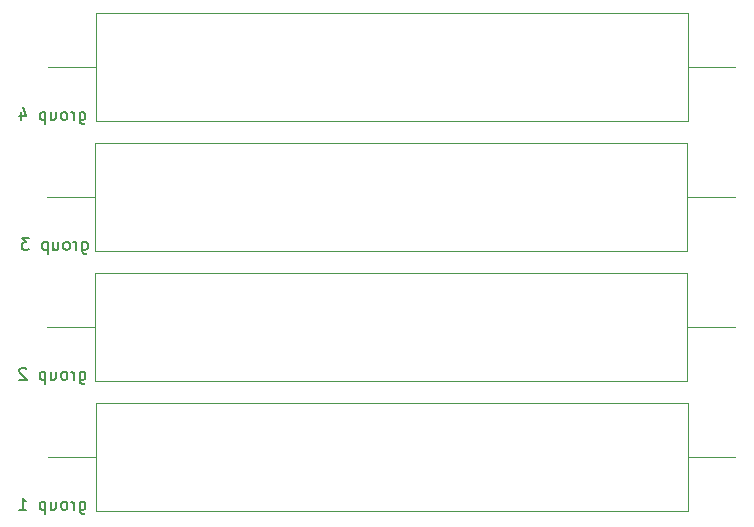
<source format=gbr>
G04 #@! TF.FileFunction,Legend,Bot*
%FSLAX46Y46*%
G04 Gerber Fmt 4.6, Leading zero omitted, Abs format (unit mm)*
G04 Created by KiCad (PCBNEW 4.0.2-stable) date 30/01/2018 13:09:08*
%MOMM*%
G01*
G04 APERTURE LIST*
%ADD10C,0.100000*%
%ADD11C,0.120000*%
%ADD12C,0.150000*%
G04 APERTURE END LIST*
D10*
D11*
X98420000Y-72560000D02*
X98420000Y-63440000D01*
X98420000Y-63440000D02*
X148540000Y-63440000D01*
X148540000Y-63440000D02*
X148540000Y-72560000D01*
X148540000Y-72560000D02*
X98420000Y-72560000D01*
X94380000Y-68000000D02*
X98420000Y-68000000D01*
X152580000Y-68000000D02*
X148540000Y-68000000D01*
X148580000Y-52440000D02*
X148580000Y-61560000D01*
X148580000Y-61560000D02*
X98460000Y-61560000D01*
X98460000Y-61560000D02*
X98460000Y-52440000D01*
X98460000Y-52440000D02*
X148580000Y-52440000D01*
X152620000Y-57000000D02*
X148580000Y-57000000D01*
X94420000Y-57000000D02*
X98460000Y-57000000D01*
X98420000Y-83560000D02*
X98420000Y-74440000D01*
X98420000Y-74440000D02*
X148540000Y-74440000D01*
X148540000Y-74440000D02*
X148540000Y-83560000D01*
X148540000Y-83560000D02*
X98420000Y-83560000D01*
X94380000Y-79000000D02*
X98420000Y-79000000D01*
X152580000Y-79000000D02*
X148540000Y-79000000D01*
X148580000Y-85440000D02*
X148580000Y-94560000D01*
X148580000Y-94560000D02*
X98460000Y-94560000D01*
X98460000Y-94560000D02*
X98460000Y-85440000D01*
X98460000Y-85440000D02*
X148580000Y-85440000D01*
X152620000Y-90000000D02*
X148580000Y-90000000D01*
X94420000Y-90000000D02*
X98460000Y-90000000D01*
D12*
X97309524Y-71785714D02*
X97309524Y-72595238D01*
X97357143Y-72690476D01*
X97404762Y-72738095D01*
X97500001Y-72785714D01*
X97642858Y-72785714D01*
X97738096Y-72738095D01*
X97309524Y-72404762D02*
X97404762Y-72452381D01*
X97595239Y-72452381D01*
X97690477Y-72404762D01*
X97738096Y-72357143D01*
X97785715Y-72261905D01*
X97785715Y-71976190D01*
X97738096Y-71880952D01*
X97690477Y-71833333D01*
X97595239Y-71785714D01*
X97404762Y-71785714D01*
X97309524Y-71833333D01*
X96833334Y-72452381D02*
X96833334Y-71785714D01*
X96833334Y-71976190D02*
X96785715Y-71880952D01*
X96738096Y-71833333D01*
X96642858Y-71785714D01*
X96547619Y-71785714D01*
X96071429Y-72452381D02*
X96166667Y-72404762D01*
X96214286Y-72357143D01*
X96261905Y-72261905D01*
X96261905Y-71976190D01*
X96214286Y-71880952D01*
X96166667Y-71833333D01*
X96071429Y-71785714D01*
X95928571Y-71785714D01*
X95833333Y-71833333D01*
X95785714Y-71880952D01*
X95738095Y-71976190D01*
X95738095Y-72261905D01*
X95785714Y-72357143D01*
X95833333Y-72404762D01*
X95928571Y-72452381D01*
X96071429Y-72452381D01*
X94880952Y-71785714D02*
X94880952Y-72452381D01*
X95309524Y-71785714D02*
X95309524Y-72309524D01*
X95261905Y-72404762D01*
X95166667Y-72452381D01*
X95023809Y-72452381D01*
X94928571Y-72404762D01*
X94880952Y-72357143D01*
X94404762Y-71785714D02*
X94404762Y-72785714D01*
X94404762Y-71833333D02*
X94309524Y-71785714D01*
X94119047Y-71785714D01*
X94023809Y-71833333D01*
X93976190Y-71880952D01*
X93928571Y-71976190D01*
X93928571Y-72261905D01*
X93976190Y-72357143D01*
X94023809Y-72404762D01*
X94119047Y-72452381D01*
X94309524Y-72452381D01*
X94404762Y-72404762D01*
X92833333Y-71452381D02*
X92214285Y-71452381D01*
X92547619Y-71833333D01*
X92404761Y-71833333D01*
X92309523Y-71880952D01*
X92261904Y-71928571D01*
X92214285Y-72023810D01*
X92214285Y-72261905D01*
X92261904Y-72357143D01*
X92309523Y-72404762D01*
X92404761Y-72452381D01*
X92690476Y-72452381D01*
X92785714Y-72404762D01*
X92833333Y-72357143D01*
X97109524Y-60785714D02*
X97109524Y-61595238D01*
X97157143Y-61690476D01*
X97204762Y-61738095D01*
X97300001Y-61785714D01*
X97442858Y-61785714D01*
X97538096Y-61738095D01*
X97109524Y-61404762D02*
X97204762Y-61452381D01*
X97395239Y-61452381D01*
X97490477Y-61404762D01*
X97538096Y-61357143D01*
X97585715Y-61261905D01*
X97585715Y-60976190D01*
X97538096Y-60880952D01*
X97490477Y-60833333D01*
X97395239Y-60785714D01*
X97204762Y-60785714D01*
X97109524Y-60833333D01*
X96633334Y-61452381D02*
X96633334Y-60785714D01*
X96633334Y-60976190D02*
X96585715Y-60880952D01*
X96538096Y-60833333D01*
X96442858Y-60785714D01*
X96347619Y-60785714D01*
X95871429Y-61452381D02*
X95966667Y-61404762D01*
X96014286Y-61357143D01*
X96061905Y-61261905D01*
X96061905Y-60976190D01*
X96014286Y-60880952D01*
X95966667Y-60833333D01*
X95871429Y-60785714D01*
X95728571Y-60785714D01*
X95633333Y-60833333D01*
X95585714Y-60880952D01*
X95538095Y-60976190D01*
X95538095Y-61261905D01*
X95585714Y-61357143D01*
X95633333Y-61404762D01*
X95728571Y-61452381D01*
X95871429Y-61452381D01*
X94680952Y-60785714D02*
X94680952Y-61452381D01*
X95109524Y-60785714D02*
X95109524Y-61309524D01*
X95061905Y-61404762D01*
X94966667Y-61452381D01*
X94823809Y-61452381D01*
X94728571Y-61404762D01*
X94680952Y-61357143D01*
X94204762Y-60785714D02*
X94204762Y-61785714D01*
X94204762Y-60833333D02*
X94109524Y-60785714D01*
X93919047Y-60785714D01*
X93823809Y-60833333D01*
X93776190Y-60880952D01*
X93728571Y-60976190D01*
X93728571Y-61261905D01*
X93776190Y-61357143D01*
X93823809Y-61404762D01*
X93919047Y-61452381D01*
X94109524Y-61452381D01*
X94204762Y-61404762D01*
X92109523Y-60785714D02*
X92109523Y-61452381D01*
X92347619Y-60404762D02*
X92585714Y-61119048D01*
X91966666Y-61119048D01*
X97109524Y-82785714D02*
X97109524Y-83595238D01*
X97157143Y-83690476D01*
X97204762Y-83738095D01*
X97300001Y-83785714D01*
X97442858Y-83785714D01*
X97538096Y-83738095D01*
X97109524Y-83404762D02*
X97204762Y-83452381D01*
X97395239Y-83452381D01*
X97490477Y-83404762D01*
X97538096Y-83357143D01*
X97585715Y-83261905D01*
X97585715Y-82976190D01*
X97538096Y-82880952D01*
X97490477Y-82833333D01*
X97395239Y-82785714D01*
X97204762Y-82785714D01*
X97109524Y-82833333D01*
X96633334Y-83452381D02*
X96633334Y-82785714D01*
X96633334Y-82976190D02*
X96585715Y-82880952D01*
X96538096Y-82833333D01*
X96442858Y-82785714D01*
X96347619Y-82785714D01*
X95871429Y-83452381D02*
X95966667Y-83404762D01*
X96014286Y-83357143D01*
X96061905Y-83261905D01*
X96061905Y-82976190D01*
X96014286Y-82880952D01*
X95966667Y-82833333D01*
X95871429Y-82785714D01*
X95728571Y-82785714D01*
X95633333Y-82833333D01*
X95585714Y-82880952D01*
X95538095Y-82976190D01*
X95538095Y-83261905D01*
X95585714Y-83357143D01*
X95633333Y-83404762D01*
X95728571Y-83452381D01*
X95871429Y-83452381D01*
X94680952Y-82785714D02*
X94680952Y-83452381D01*
X95109524Y-82785714D02*
X95109524Y-83309524D01*
X95061905Y-83404762D01*
X94966667Y-83452381D01*
X94823809Y-83452381D01*
X94728571Y-83404762D01*
X94680952Y-83357143D01*
X94204762Y-82785714D02*
X94204762Y-83785714D01*
X94204762Y-82833333D02*
X94109524Y-82785714D01*
X93919047Y-82785714D01*
X93823809Y-82833333D01*
X93776190Y-82880952D01*
X93728571Y-82976190D01*
X93728571Y-83261905D01*
X93776190Y-83357143D01*
X93823809Y-83404762D01*
X93919047Y-83452381D01*
X94109524Y-83452381D01*
X94204762Y-83404762D01*
X92585714Y-82547619D02*
X92538095Y-82500000D01*
X92442857Y-82452381D01*
X92204761Y-82452381D01*
X92109523Y-82500000D01*
X92061904Y-82547619D01*
X92014285Y-82642857D01*
X92014285Y-82738095D01*
X92061904Y-82880952D01*
X92633333Y-83452381D01*
X92014285Y-83452381D01*
X97109524Y-93785714D02*
X97109524Y-94595238D01*
X97157143Y-94690476D01*
X97204762Y-94738095D01*
X97300001Y-94785714D01*
X97442858Y-94785714D01*
X97538096Y-94738095D01*
X97109524Y-94404762D02*
X97204762Y-94452381D01*
X97395239Y-94452381D01*
X97490477Y-94404762D01*
X97538096Y-94357143D01*
X97585715Y-94261905D01*
X97585715Y-93976190D01*
X97538096Y-93880952D01*
X97490477Y-93833333D01*
X97395239Y-93785714D01*
X97204762Y-93785714D01*
X97109524Y-93833333D01*
X96633334Y-94452381D02*
X96633334Y-93785714D01*
X96633334Y-93976190D02*
X96585715Y-93880952D01*
X96538096Y-93833333D01*
X96442858Y-93785714D01*
X96347619Y-93785714D01*
X95871429Y-94452381D02*
X95966667Y-94404762D01*
X96014286Y-94357143D01*
X96061905Y-94261905D01*
X96061905Y-93976190D01*
X96014286Y-93880952D01*
X95966667Y-93833333D01*
X95871429Y-93785714D01*
X95728571Y-93785714D01*
X95633333Y-93833333D01*
X95585714Y-93880952D01*
X95538095Y-93976190D01*
X95538095Y-94261905D01*
X95585714Y-94357143D01*
X95633333Y-94404762D01*
X95728571Y-94452381D01*
X95871429Y-94452381D01*
X94680952Y-93785714D02*
X94680952Y-94452381D01*
X95109524Y-93785714D02*
X95109524Y-94309524D01*
X95061905Y-94404762D01*
X94966667Y-94452381D01*
X94823809Y-94452381D01*
X94728571Y-94404762D01*
X94680952Y-94357143D01*
X94204762Y-93785714D02*
X94204762Y-94785714D01*
X94204762Y-93833333D02*
X94109524Y-93785714D01*
X93919047Y-93785714D01*
X93823809Y-93833333D01*
X93776190Y-93880952D01*
X93728571Y-93976190D01*
X93728571Y-94261905D01*
X93776190Y-94357143D01*
X93823809Y-94404762D01*
X93919047Y-94452381D01*
X94109524Y-94452381D01*
X94204762Y-94404762D01*
X92014285Y-94452381D02*
X92585714Y-94452381D01*
X92300000Y-94452381D02*
X92300000Y-93452381D01*
X92395238Y-93595238D01*
X92490476Y-93690476D01*
X92585714Y-93738095D01*
M02*

</source>
